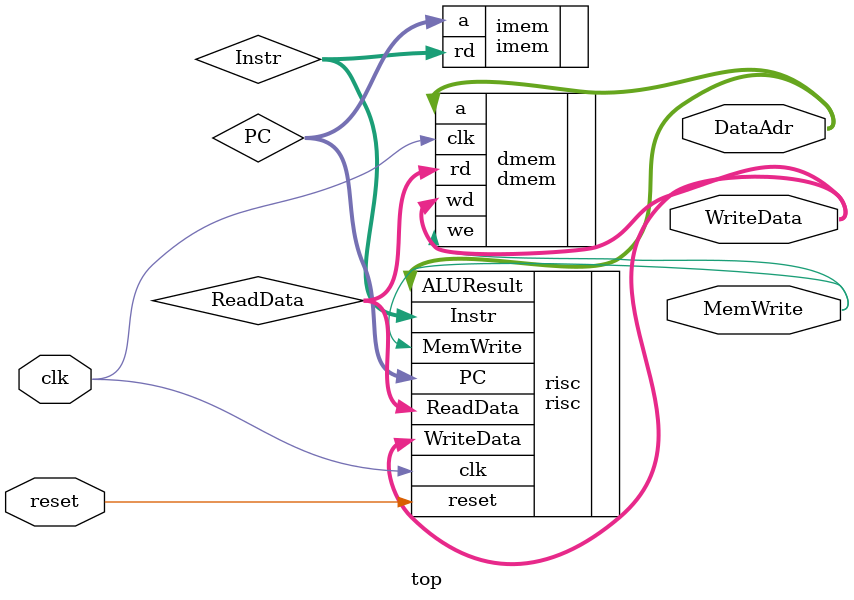
<source format=v>
module top (
	clk,
	reset,
	WriteData,
	DataAdr,
	MemWrite
);
	
	input wire clk;
	input wire reset;
	output wire [31:0] WriteData;
	output wire [31:0] DataAdr;
	output wire MemWrite;

	wire [31:0] ReadData;
	wire [31:0] PC;
	wire [31:0] Instr;

	risc risc(
		.clk(clk),
		.reset(reset),
		.PC(PC),
		.Instr(Instr),
		.MemWrite(MemWrite),
		.ALUResult(DataAdr),
		.WriteData(WriteData),
		.ReadData(ReadData)
	);
	
	imem imem(
		.a(PC),
		.rd(Instr)
	);

	dmem dmem(
		.clk(clk),
		.we(MemWrite),
		.a(DataAdr),
		.wd(WriteData),
		.rd(ReadData)
	);


endmodule

</source>
